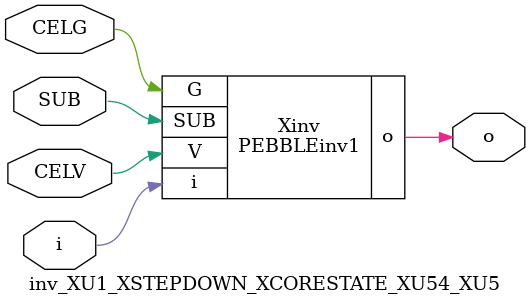
<source format=v>



module PEBBLEinv1 ( o, G, SUB, V, i );

  input V;
  input i;
  input G;
  output o;
  input SUB;
endmodule

//Celera Confidential Do Not Copy inv_XU1_XSTEPDOWN_XCORESTATE_XU54_XU5
//Celera Confidential Symbol Generator
//5V Inverter
module inv_XU1_XSTEPDOWN_XCORESTATE_XU54_XU5 (CELV,CELG,i,o,SUB);
input CELV;
input CELG;
input i;
input SUB;
output o;

//Celera Confidential Do Not Copy inv
PEBBLEinv1 Xinv(
.V (CELV),
.i (i),
.o (o),
.SUB (SUB),
.G (CELG)
);
//,diesize,PEBBLEinv1

//Celera Confidential Do Not Copy Module End
//Celera Schematic Generator
endmodule

</source>
